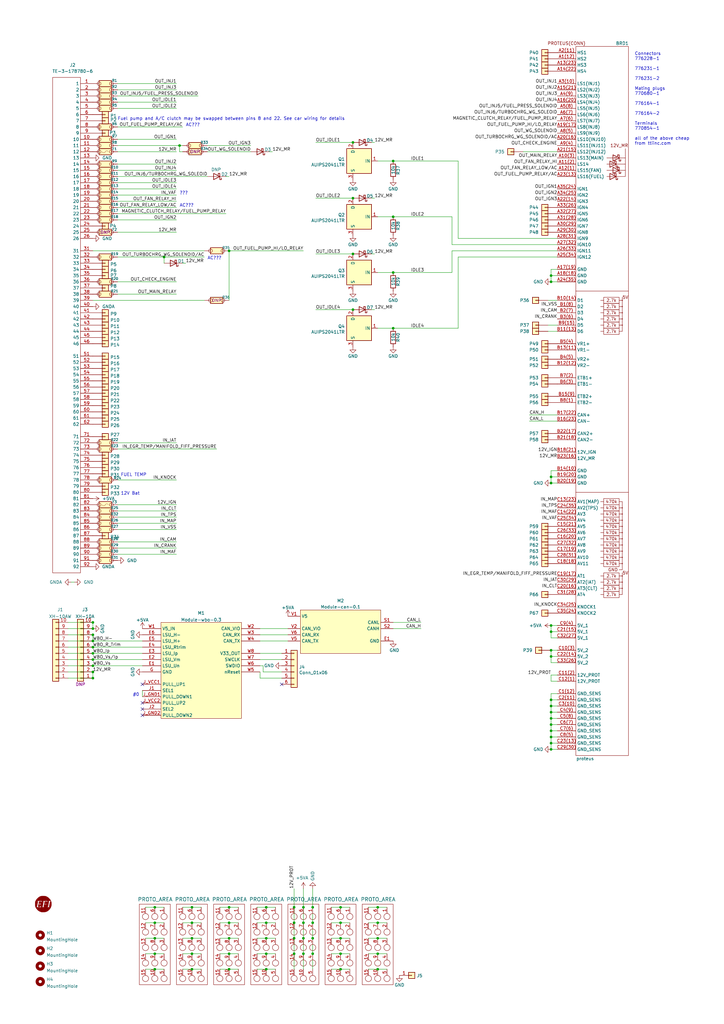
<source format=kicad_sch>
(kicad_sch (version 20210621) (generator eeschema)
  (paper "A3" portrait)
  (junction (at 93.98 372.11))
  (junction (at 144.78 104.14))
  (junction (at 38.1 262.89))
  (junction (at 124.46 384.81))
  (junction (at 139.7 397.51))
  (junction (at 124.46 378.46))
  (junction (at 226.06 297.18))
  (junction (at 63.5 372.11))
  (junction (at 139.7 378.46))
  (junction (at 161.29 66.04))
  (junction (at 120.65 372.11))
  (junction (at 226.06 294.64))
  (junction (at 139.7 372.11))
  (junction (at 226.06 302.26))
  (junction (at 93.98 102.87))
  (junction (at 154.94 397.51))
  (junction (at 128.27 391.16))
  (junction (at 128.27 372.11))
  (junction (at 139.7 384.81))
  (junction (at 38.1 255.27))
  (junction (at 226.06 269.24))
  (junction (at 67.31 105.41))
  (junction (at 154.94 378.46))
  (junction (at 120.65 391.16))
  (junction (at 144.78 127))
  (junction (at 38.1 275.59))
  (junction (at 139.7 391.16))
  (junction (at 154.94 372.11))
  (junction (at 38.1 270.51))
  (junction (at 38.1 273.05))
  (junction (at 226.06 289.56))
  (junction (at 226.06 287.02))
  (junction (at 63.5 391.16))
  (junction (at 226.06 115.57))
  (junction (at 78.74 378.46))
  (junction (at 124.46 372.11))
  (junction (at 154.94 391.16))
  (junction (at 109.22 397.51))
  (junction (at 38.1 267.97))
  (junction (at 226.06 307.34))
  (junction (at 63.5 378.46))
  (junction (at 93.98 391.16))
  (junction (at 124.46 391.16))
  (junction (at 73.66 59.69))
  (junction (at 109.22 372.11))
  (junction (at 226.06 113.03))
  (junction (at 226.06 256.54))
  (junction (at 161.29 111.76))
  (junction (at 109.22 384.81))
  (junction (at 38.1 257.81))
  (junction (at 154.94 384.81))
  (junction (at 120.65 384.81))
  (junction (at 63.5 384.81))
  (junction (at 128.27 384.81))
  (junction (at 38.1 278.13))
  (junction (at 78.74 384.81))
  (junction (at 226.06 198.12))
  (junction (at 226.06 266.7))
  (junction (at 120.65 378.46))
  (junction (at 93.98 397.51))
  (junction (at 161.29 88.9))
  (junction (at 161.29 134.62))
  (junction (at 38.1 265.43))
  (junction (at 226.06 304.8))
  (junction (at 226.06 259.08))
  (junction (at 226.06 195.58))
  (junction (at 109.22 391.16))
  (junction (at 144.78 58.42))
  (junction (at 78.74 397.51))
  (junction (at 63.5 397.51))
  (junction (at 78.74 391.16))
  (junction (at 109.22 378.46))
  (junction (at 226.06 299.72))
  (junction (at 93.98 378.46))
  (junction (at 93.98 384.81))
  (junction (at 144.78 81.28))
  (junction (at 38.1 260.35))
  (junction (at 128.27 378.46))
  (junction (at 226.06 292.1))
  (junction (at 78.74 372.11))
  (no_connect (at 58.42 280.67))
  (no_connect (at 58.42 293.37))
  (no_connect (at 58.42 290.83))
  (no_connect (at 115.57 280.67))
  (no_connect (at 58.42 288.29))
  (wire (pts (xy 38.1 275.59) (xy 38.1 278.13)))
  (wire (pts (xy 63.5 372.11) (xy 67.31 372.11)))
  (wire (pts (xy 48.26 87.63) (xy 92.71 87.63)))
  (wire (pts (xy 226.06 269.24) (xy 228.6 269.24)))
  (wire (pts (xy 59.69 372.11) (xy 63.5 372.11)))
  (wire (pts (xy 214.63 62.23) (xy 228.6 62.23)))
  (wire (pts (xy 120.65 384.81) (xy 120.65 391.16)))
  (wire (pts (xy 120.65 364.49) (xy 120.65 372.11)))
  (wire (pts (xy 78.74 384.81) (xy 82.55 384.81)))
  (wire (pts (xy 226.06 256.54) (xy 228.6 256.54)))
  (wire (pts (xy 78.74 391.16) (xy 82.55 391.16)))
  (wire (pts (xy 27.94 257.81) (xy 38.1 257.81)))
  (wire (pts (xy 74.93 397.51) (xy 78.74 397.51)))
  (wire (pts (xy 161.29 134.62) (xy 187.96 134.62)))
  (wire (pts (xy 111.76 62.23) (xy 110.49 62.23)))
  (wire (pts (xy 228.6 172.72) (xy 217.17 172.72)))
  (wire (pts (xy 27.94 270.51) (xy 38.1 270.51)))
  (wire (pts (xy 48.26 52.07) (xy 74.93 52.07)))
  (wire (pts (xy 27.94 273.05) (xy 38.1 273.05)))
  (wire (pts (xy 27.94 265.43) (xy 38.1 265.43)))
  (wire (pts (xy 135.89 384.81) (xy 139.7 384.81)))
  (wire (pts (xy 161.29 66.04) (xy 187.96 66.04)))
  (wire (pts (xy 129.54 81.28) (xy 144.78 81.28)))
  (wire (pts (xy 124.46 364.49) (xy 124.46 372.11)))
  (wire (pts (xy 226.06 304.8) (xy 228.6 304.8)))
  (wire (pts (xy 226.06 259.08) (xy 228.6 259.08)))
  (wire (pts (xy 226.06 302.26) (xy 228.6 302.26)))
  (wire (pts (xy 153.67 81.28) (xy 152.4 81.28)))
  (wire (pts (xy 187.96 97.79) (xy 228.6 97.79)))
  (wire (pts (xy 187.96 66.04) (xy 187.96 97.79)))
  (wire (pts (xy 109.22 384.81) (xy 113.03 384.81)))
  (wire (pts (xy 74.93 384.81) (xy 78.74 384.81)))
  (wire (pts (xy 228.6 170.18) (xy 217.17 170.18)))
  (wire (pts (xy 48.26 72.39) (xy 85.09 72.39)))
  (wire (pts (xy 139.7 391.16) (xy 143.51 391.16)))
  (wire (pts (xy 93.98 391.16) (xy 97.79 391.16)))
  (wire (pts (xy 106.68 257.81) (xy 118.11 257.81)))
  (wire (pts (xy 72.39 95.25) (xy 48.26 95.25)))
  (wire (pts (xy 153.67 104.14) (xy 152.4 104.14)))
  (wire (pts (xy 106.68 262.89) (xy 118.11 262.89)))
  (wire (pts (xy 124.46 391.16) (xy 124.46 397.51)))
  (wire (pts (xy 93.98 397.51) (xy 97.79 397.51)))
  (wire (pts (xy 67.31 105.41) (xy 83.82 105.41)))
  (wire (pts (xy 226.06 266.7) (xy 228.6 266.7)))
  (wire (pts (xy 139.7 378.46) (xy 143.51 378.46)))
  (wire (pts (xy 109.22 391.16) (xy 113.03 391.16)))
  (wire (pts (xy 48.26 120.65) (xy 72.39 120.65)))
  (wire (pts (xy 226.06 294.64) (xy 228.6 294.64)))
  (wire (pts (xy 151.13 372.11) (xy 154.94 372.11)))
  (wire (pts (xy 48.26 105.41) (xy 67.31 105.41)))
  (wire (pts (xy 107.95 273.05) (xy 107.95 275.59)))
  (wire (pts (xy 226.06 287.02) (xy 228.6 287.02)))
  (wire (pts (xy 107.95 275.59) (xy 115.57 275.59)))
  (wire (pts (xy 187.96 134.62) (xy 187.96 105.41)))
  (wire (pts (xy 187.96 105.41) (xy 228.6 105.41)))
  (wire (pts (xy 48.26 181.61) (xy 72.39 181.61)))
  (wire (pts (xy 27.94 278.13) (xy 38.1 278.13)))
  (wire (pts (xy 135.89 397.51) (xy 139.7 397.51)))
  (wire (pts (xy 27.94 275.59) (xy 38.1 275.59)))
  (wire (pts (xy 109.22 378.46) (xy 113.03 378.46)))
  (wire (pts (xy 154.94 378.46) (xy 158.75 378.46)))
  (wire (pts (xy 154.94 88.9) (xy 161.29 88.9)))
  (wire (pts (xy 226.06 195.58) (xy 226.06 198.12)))
  (wire (pts (xy 226.06 193.04) (xy 226.06 195.58)))
  (wire (pts (xy 90.17 391.16) (xy 93.98 391.16)))
  (wire (pts (xy 153.67 127) (xy 152.4 127)))
  (wire (pts (xy 93.98 372.11) (xy 97.79 372.11)))
  (wire (pts (xy 59.69 384.81) (xy 63.5 384.81)))
  (wire (pts (xy 226.06 307.34) (xy 228.6 307.34)))
  (wire (pts (xy 120.65 372.11) (xy 120.65 378.46)))
  (wire (pts (xy 106.68 260.35) (xy 118.11 260.35)))
  (wire (pts (xy 38.1 273.05) (xy 58.42 273.05)))
  (wire (pts (xy 139.7 384.81) (xy 143.51 384.81)))
  (wire (pts (xy 93.98 72.39) (xy 92.71 72.39)))
  (wire (pts (xy 105.41 391.16) (xy 109.22 391.16)))
  (wire (pts (xy 48.26 214.63) (xy 72.39 214.63)))
  (wire (pts (xy 48.26 57.15) (xy 72.39 57.15)))
  (wire (pts (xy 38.1 102.87) (xy 83.82 102.87)))
  (wire (pts (xy 226.06 284.48) (xy 228.6 284.48)))
  (wire (pts (xy 106.68 267.97) (xy 115.57 267.97)))
  (wire (pts (xy 48.26 67.31) (xy 72.39 67.31)))
  (wire (pts (xy 48.26 80.01) (xy 72.39 80.01)))
  (wire (pts (xy 59.69 391.16) (xy 63.5 391.16)))
  (wire (pts (xy 226.06 276.86) (xy 226.06 279.4)))
  (wire (pts (xy 224.79 133.35) (xy 228.6 133.35)))
  (wire (pts (xy 135.89 391.16) (xy 139.7 391.16)))
  (wire (pts (xy 154.94 111.76) (xy 161.29 111.76)))
  (wire (pts (xy 93.98 384.81) (xy 97.79 384.81)))
  (wire (pts (xy 226.06 110.49) (xy 228.6 110.49)))
  (wire (pts (xy 124.46 372.11) (xy 124.46 378.46)))
  (wire (pts (xy 105.41 372.11) (xy 109.22 372.11)))
  (wire (pts (xy 63.5 397.51) (xy 67.31 397.51)))
  (wire (pts (xy 27.94 262.89) (xy 38.1 262.89)))
  (wire (pts (xy 128.27 372.11) (xy 128.27 378.46)))
  (wire (pts (xy 185.42 102.87) (xy 228.6 102.87)))
  (wire (pts (xy 185.42 111.76) (xy 185.42 102.87)))
  (wire (pts (xy 226.06 195.58) (xy 228.6 195.58)))
  (wire (pts (xy 48.26 77.47) (xy 72.39 77.47)))
  (wire (pts (xy 27.94 267.97) (xy 38.1 267.97)))
  (wire (pts (xy 48.26 44.45) (xy 72.39 44.45)))
  (wire (pts (xy 154.94 134.62) (xy 161.29 134.62)))
  (wire (pts (xy 124.46 384.81) (xy 124.46 391.16)))
  (wire (pts (xy 67.31 105.41) (xy 67.31 107.95)))
  (wire (pts (xy 38.1 262.89) (xy 58.42 262.89)))
  (wire (pts (xy 63.5 391.16) (xy 67.31 391.16)))
  (wire (pts (xy 154.94 66.04) (xy 161.29 66.04)))
  (wire (pts (xy 139.7 372.11) (xy 143.51 372.11)))
  (wire (pts (xy 48.26 217.17) (xy 72.39 217.17)))
  (wire (pts (xy 48.26 82.55) (xy 72.39 82.55)))
  (wire (pts (xy 151.13 378.46) (xy 154.94 378.46)))
  (wire (pts (xy 38.1 255.27) (xy 38.1 257.81)))
  (wire (pts (xy 226.06 289.56) (xy 228.6 289.56)))
  (wire (pts (xy 93.98 102.87) (xy 124.46 102.87)))
  (wire (pts (xy 139.7 397.51) (xy 143.51 397.51)))
  (wire (pts (xy 129.54 58.42) (xy 144.78 58.42)))
  (wire (pts (xy 226.06 302.26) (xy 226.06 304.8)))
  (wire (pts (xy 226.06 304.8) (xy 226.06 307.34)))
  (wire (pts (xy 226.06 287.02) (xy 226.06 289.56)))
  (wire (pts (xy 226.06 289.56) (xy 226.06 292.1)))
  (wire (pts (xy 226.06 294.64) (xy 226.06 297.18)))
  (wire (pts (xy 226.06 299.72) (xy 226.06 302.26)))
  (wire (pts (xy 226.06 297.18) (xy 226.06 299.72)))
  (wire (pts (xy 226.06 292.1) (xy 226.06 294.64)))
  (wire (pts (xy 226.06 284.48) (xy 226.06 287.02)))
  (wire (pts (xy 72.39 62.23) (xy 48.26 62.23)))
  (wire (pts (xy 161.29 255.27) (xy 172.72 255.27)))
  (wire (pts (xy 226.06 256.54) (xy 226.06 259.08)))
  (wire (pts (xy 226.06 259.08) (xy 226.06 261.62)))
  (wire (pts (xy 226.06 193.04) (xy 228.6 193.04)))
  (wire (pts (xy 74.93 62.23) (xy 73.66 62.23)))
  (wire (pts (xy 73.66 62.23) (xy 73.66 59.69)))
  (wire (pts (xy 93.98 102.87) (xy 93.98 123.19)))
  (wire (pts (xy 151.13 384.81) (xy 154.94 384.81)))
  (wire (pts (xy 129.54 104.14) (xy 144.78 104.14)))
  (wire (pts (xy 226.06 113.03) (xy 226.06 115.57)))
  (wire (pts (xy 74.93 372.11) (xy 78.74 372.11)))
  (wire (pts (xy 74.93 378.46) (xy 78.74 378.46)))
  (wire (pts (xy 48.26 115.57) (xy 72.39 115.57)))
  (wire (pts (xy 48.26 34.29) (xy 72.39 34.29)))
  (wire (pts (xy 226.06 198.12) (xy 228.6 198.12)))
  (wire (pts (xy 124.46 378.46) (xy 124.46 384.81)))
  (wire (pts (xy 90.17 372.11) (xy 93.98 372.11)))
  (wire (pts (xy 226.06 269.24) (xy 226.06 271.78)))
  (wire (pts (xy 226.06 266.7) (xy 226.06 269.24)))
  (wire (pts (xy 154.94 372.11) (xy 158.75 372.11)))
  (wire (pts (xy 106.68 278.13) (xy 115.57 278.13)))
  (wire (pts (xy 128.27 384.81) (xy 128.27 391.16)))
  (wire (pts (xy 153.67 58.42) (xy 152.4 58.42)))
  (wire (pts (xy 106.68 275.59) (xy 106.68 278.13)))
  (wire (pts (xy 135.89 372.11) (xy 139.7 372.11)))
  (wire (pts (xy 151.13 397.51) (xy 154.94 397.51)))
  (wire (pts (xy 27.94 255.27) (xy 38.1 255.27)))
  (wire (pts (xy 48.26 90.17) (xy 72.39 90.17)))
  (wire (pts (xy 85.09 59.69) (xy 102.87 59.69)))
  (wire (pts (xy 226.06 299.72) (xy 228.6 299.72)))
  (wire (pts (xy 129.54 127) (xy 144.78 127)))
  (wire (pts (xy 59.69 378.46) (xy 63.5 378.46)))
  (wire (pts (xy 38.1 267.97) (xy 58.42 267.97)))
  (wire (pts (xy 27.94 260.35) (xy 38.1 260.35)))
  (wire (pts (xy 76.2 107.95) (xy 74.93 107.95)))
  (wire (pts (xy 58.42 283.21) (xy 58.42 285.75)))
  (wire (pts (xy 161.29 88.9) (xy 185.42 88.9)))
  (wire (pts (xy 85.09 62.23) (xy 102.87 62.23)))
  (wire (pts (xy 226.06 276.86) (xy 228.6 276.86)))
  (wire (pts (xy 105.41 397.51) (xy 109.22 397.51)))
  (wire (pts (xy 29.21 238.76) (xy 30.48 238.76)))
  (wire (pts (xy 128.27 378.46) (xy 128.27 384.81)))
  (wire (pts (xy 48.26 209.55) (xy 72.39 209.55)))
  (wire (pts (xy 226.06 110.49) (xy 226.06 113.03)))
  (wire (pts (xy 120.65 391.16) (xy 120.65 397.51)))
  (wire (pts (xy 228.6 100.33) (xy 185.42 100.33)))
  (wire (pts (xy 185.42 100.33) (xy 185.42 88.9)))
  (wire (pts (xy 226.06 271.78) (xy 228.6 271.78)))
  (wire (pts (xy 59.69 397.51) (xy 63.5 397.51)))
  (wire (pts (xy 48.26 74.93) (xy 72.39 74.93)))
  (wire (pts (xy 38.1 270.51) (xy 58.42 270.51)))
  (wire (pts (xy 78.74 397.51) (xy 82.55 397.51)))
  (wire (pts (xy 226.06 297.18) (xy 228.6 297.18)))
  (wire (pts (xy 105.41 378.46) (xy 109.22 378.46)))
  (wire (pts (xy 224.79 123.19) (xy 228.6 123.19)))
  (wire (pts (xy 48.26 224.79) (xy 72.39 224.79)))
  (wire (pts (xy 38.1 123.19) (xy 83.82 123.19)))
  (wire (pts (xy 78.74 372.11) (xy 82.55 372.11)))
  (wire (pts (xy 48.26 39.37) (xy 81.28 39.37)))
  (wire (pts (xy 120.65 378.46) (xy 120.65 384.81)))
  (wire (pts (xy 106.68 270.51) (xy 115.57 270.51)))
  (wire (pts (xy 151.13 391.16) (xy 154.94 391.16)))
  (wire (pts (xy 161.29 111.76) (xy 185.42 111.76)))
  (wire (pts (xy 109.22 397.51) (xy 113.03 397.51)))
  (wire (pts (xy 48.26 227.33) (xy 72.39 227.33)))
  (wire (pts (xy 161.29 257.81) (xy 172.72 257.81)))
  (wire (pts (xy 78.74 378.46) (xy 82.55 378.46)))
  (wire (pts (xy 109.22 372.11) (xy 113.03 372.11)))
  (wire (pts (xy 106.68 273.05) (xy 107.95 273.05)))
  (wire (pts (xy 48.26 36.83) (xy 72.39 36.83)))
  (wire (pts (xy 48.26 85.09) (xy 72.39 85.09)))
  (wire (pts (xy 226.06 279.4) (xy 228.6 279.4)))
  (wire (pts (xy 38.1 260.35) (xy 38.1 262.89)))
  (wire (pts (xy 154.94 397.51) (xy 158.75 397.51)))
  (wire (pts (xy 48.26 41.91) (xy 72.39 41.91)))
  (wire (pts (xy 226.06 292.1) (xy 228.6 292.1)))
  (wire (pts (xy 48.26 184.15) (xy 88.9 184.15)))
  (wire (pts (xy 128.27 364.49) (xy 128.27 372.11)))
  (wire (pts (xy 73.66 59.69) (xy 74.93 59.69)))
  (wire (pts (xy 48.26 59.69) (xy 73.66 59.69)))
  (wire (pts (xy 154.94 384.81) (xy 158.75 384.81)))
  (wire (pts (xy 226.06 115.57) (xy 228.6 115.57)))
  (wire (pts (xy 38.1 265.43) (xy 58.42 265.43)))
  (wire (pts (xy 90.17 378.46) (xy 93.98 378.46)))
  (wire (pts (xy 226.06 261.62) (xy 228.6 261.62)))
  (wire (pts (xy 63.5 378.46) (xy 67.31 378.46)))
  (wire (pts (xy 154.94 391.16) (xy 158.75 391.16)))
  (wire (pts (xy 48.26 69.85) (xy 72.39 69.85)))
  (wire (pts (xy 48.2804 212.09) (xy 72.39 212.09)))
  (wire (pts (xy 38.1 212.09) (xy 38.1204 212.09)))
  (wire (pts (xy 90.17 397.51) (xy 93.98 397.51)))
  (wire (pts (xy 48.26 196.85) (xy 72.39 196.85)))
  (wire (pts (xy 48.26 222.25) (xy 72.39 222.25)))
  (wire (pts (xy 224.79 135.89) (xy 228.6 135.89)))
  (wire (pts (xy 90.17 384.81) (xy 93.98 384.81)))
  (wire (pts (xy 74.93 391.16) (xy 78.74 391.16)))
  (wire (pts (xy 63.5 384.81) (xy 67.31 384.81)))
  (wire (pts (xy 128.27 391.16) (xy 128.27 397.51)))
  (wire (pts (xy 72.39 207.01) (xy 48.26 207.01)))
  (wire (pts (xy 93.98 378.46) (xy 97.79 378.46)))
  (wire (pts (xy 226.06 113.03) (xy 228.6 113.03)))
  (wire (pts (xy 105.41 384.81) (xy 109.22 384.81)))
  (wire (pts (xy 135.89 378.46) (xy 139.7 378.46)))
  (text "FUEL TEMP" (at 49.53 195.58 0) (effects (font (size 1.27 1.27)) (justify left bottom)))
  (text "#0" (at 57.15 285.75 180) (effects (font (size 1.27 1.27)) (justify right bottom)))
  (text "AC???" (at 85.09 106.68 0) (effects (font (size 1.27 1.27)) (justify left bottom)))
  (text "AC???" (at 73.66 85.09 0) (effects (font (size 1.27 1.27)) (justify left bottom)))
  (text "???" (at 73.66 80.01 0) (effects (font (size 1.27 1.27)) (justify left bottom)))
  (text "AC???" (at 76.2 52.07 0) (effects (font (size 1.27 1.27)) (justify left bottom)))
  (text "Connectors\n776228-1\n\n776231-1\n\n776231-2\n\nMating plugs\n770680-1\n\n776164-1\n\n776164-2\n\nTerminals\n770854-1\n\nall of the above cheap\nfrom ttiinc.com" (at 260.35 59.69 0) (effects (font (size 1.27 1.27)) (justify left bottom)))
  (text "Fuel pump and A/C clutch may be swapped between pins 8 and 22. See car wiring for details" (at 48.26 49.53 0) (effects (font (size 1.27 1.27)) (justify left bottom)))
  (text "12V Bat" (at 49.53 203.2 0) (effects (font (size 1.27 1.27)) (justify left bottom)))
  (label "WBO_Vs{slash}Ip" (at 38.1 270.51 0))
  (label "IN_VSS" (at 228.6 125.73 180))
  (label "OUT_MAIN_RELAY" (at 72.39 120.65 180))
  (label "IN_MAP" (at 228.6 205.74 180))
  (label "IN_IAT" (at 228.6 238.76 180))
  (label "IN_EGR_TEMP{slash}MANIFOLD_FIFF_PRESSURE" (at 88.9 184.15 180))
  (label "OUT_IDLE4" (at 129.54 127 0))
  (label "12V_PROT" (at 226.06 276.86 180))
  (label "12V_MR" (at 153.67 104.14 0))
  (label "12V_MR" (at 93.98 72.39 0))
  (label "OUT_INJ6{slash}TURBOCHRG_WG_SOLEOID" (at 228.6 46.99 180))
  (label "IN_MAF" (at 228.6 210.82 180))
  (label "OUT_INJ4" (at 72.39 69.85 180))
  (label "OUT_IDLE4" (at 72.39 77.47 180))
  (label "CAN_H" (at 172.72 257.81 180))
  (label "OUT_IDLE1" (at 72.39 41.91 180))
  (label "OUT_INJ5{slash}FUEL_PRESS_SOLENOID" (at 228.6 44.45 180))
  (label "IN_TPS" (at 72.39 212.09 180))
  (label "IDLE1" (at 173.99 66.04 180))
  (label "12V_MR" (at 153.67 127 0))
  (label "IN_TPS" (at 228.6 208.28 180))
  (label "12V_PROT" (at 120.65 364.49 90))
  (label "OUT_IDLE2" (at 129.54 81.28 0))
  (label "OUT_MAIN_RELAY" (at 228.6 64.77 180))
  (label "OUT_INJ5{slash}FUEL_PRESS_SOLENOID" (at 81.28 39.37 180))
  (label "12V_IGN" (at 228.6 185.42 180))
  (label "OUT_IGN3" (at 228.6 82.55 180))
  (label "OUT_FUEL_PUMP_HI{slash}LO_RELAY" (at 124.46 102.87 180))
  (label "WBO_Ip" (at 38.1 267.97 0))
  (label "IN_CLT" (at 72.39 209.55 180))
  (label "OUT_IDLE2" (at 72.39 44.45 180))
  (label "OUT_INJ3" (at 228.6 39.37 180))
  (label "IN_CLT" (at 228.6 241.3 180))
  (label "IDLE2" (at 173.99 88.9 180))
  (label "12V_MR" (at 153.67 58.42 0))
  (label "OUT_CHECK_ENGINE" (at 72.39 115.57 180))
  (label "IN_CRANK" (at 228.6 130.81 180))
  (label "IN_EGR_TEMP{slash}MANIFOLD_FIFF_PRESSURE" (at 228.6 236.22 180))
  (label "12V_MR" (at 153.67 81.28 0))
  (label "12V_IGN" (at 72.39 207.01 180))
  (label "OUT_IGN1" (at 228.6 77.47 180))
  (label "IN_KNOCK" (at 72.39 196.85 180))
  (label "OUT_INJ2" (at 72.39 67.31 180))
  (label "IN_CAM" (at 72.39 222.25 180))
  (label "OUT_INJ1" (at 228.6 34.29 180))
  (label "OUT_TURBOCHRG_WG_SOLENOID{slash}AC" (at 228.6 57.15 180))
  (label "12V_MR" (at 72.39 95.25 180))
  (label "OUT_WG_SOLENOID" (at 102.87 62.23 180))
  (label "IN_VAF" (at 228.6 213.36 180))
  (label "WBO_Vs" (at 38.1 273.05 0))
  (label "IN_VSS" (at 72.39 217.17 180))
  (label "CAN_H" (at 217.17 170.18 0))
  (label "IN_KNOCK" (at 228.6 248.92 180))
  (label "12V_MR" (at 72.39 62.23 180))
  (label "WBO_H-" (at 38.1 262.89 0))
  (label "WBO_R_Trim" (at 38.1 265.43 0))
  (label "CAN_L" (at 217.17 172.72 0))
  (label "12V_MR" (at 111.76 62.23 0))
  (label "12V_MR" (at 38.1 275.59 0))
  (label "OUT_FAN_RELAY_HI" (at 228.6 67.31 180))
  (label "IN_IAT" (at 72.39 181.61 180))
  (label "OUT_FAN_RELAY_LOW{slash}AC" (at 72.39 85.09 180))
  (label "OUT_INJ1" (at 72.39 34.29 180))
  (label "OUT_FUEL_PUMP_HI{slash}LO_RELAY" (at 228.6 52.07 180))
  (label "OUT_FUEL_PUMP_RELAY{slash}AC" (at 228.6 72.39 180))
  (label "OUT_IDLE3" (at 72.39 74.93 180))
  (label "IDLE4" (at 173.99 134.62 180))
  (label "IN_VAF" (at 72.39 80.01 180))
  (label "OUT_INJ4" (at 228.6 41.91 180))
  (label "OUT_IGN2" (at 228.6 80.01 180))
  (label "OUT_IDLE1" (at 129.54 58.42 0))
  (label "OUT_INJ6{slash}TURBOCHRG_WG_SOLEOID" (at 85.09 72.39 180))
  (label "OUT_INJ3" (at 72.39 36.83 180))
  (label "CAN_L" (at 172.72 255.27 180))
  (label "OUT_FAN_RELAY_HI" (at 72.39 82.55 180))
  (label "IN_CRANK" (at 72.39 224.79 180))
  (label "12V_MR" (at 228.6 187.96 180))
  (label "OUT_IGN1" (at 72.39 57.15 180))
  (label "OUT_IGN2" (at 72.39 90.17 180))
  (label "OUT_FAN_RELAY_LOW{slash}AC" (at 228.6 69.85 180))
  (label "OUT_CHECK_ENGINE" (at 228.6 59.69 180))
  (label "12V_MR" (at 76.2 107.95 0))
  (label "OUT_WG_SOLENOID" (at 228.6 54.61 180))
  (label "IN_CAM" (at 228.6 128.27 180))
  (label "OUT_IDLE3" (at 129.54 104.14 0))
  (label "IDLE3" (at 173.99 111.76 180))
  (label "OUT_FUEL_PUMP_RELAY{slash}AC" (at 74.93 52.07 180))
  (label "MAGNETIC_CLUTCH_RELAY{slash}FUEL_PUMP_RELAY" (at 228.6 49.53 180))
  (label "OUT_INJ2" (at 228.6 36.83 180))
  (label "OUT_IGN3" (at 102.87 59.69 180))
  (label "MAGNETIC_CLUTCH_RELAY{slash}FUEL_PUMP_RELAY" (at 92.71 87.63 180))
  (label "IN_MAF" (at 72.39 227.33 180))
  (label "IN_MAP" (at 72.39 214.63 180))
  (label "OUT_TURBOCHRG_WG_SOLENOID{slash}AC" (at 83.82 105.41 180))
  (symbol (lib_id "power:GND") (at 38.1 257.81 90) (mirror x) (unit 1)
    (property "Reference" "#PWR0127" (effects hide))
    (property "Value" "GND" (at 42.0434 257.8608 0))
  )
  (symbol (lib_id "hellen-one-common:Pad") (at 223.52 87.63 180) (unit 1)
    (property "Reference" "P45" (at 219.0115 87.63 0))
    (property "Value" "Pad" (effects hide))
    (property "Footprint" "hellen-one-common:PAD-TH" (effects hide))
  )
  (symbol (lib_id "power:GND") (at 38.1 97.79 90) (unit 1)
    (property "Reference" "#PWR0115" (effects hide))
    (property "Value" "GND" (at 41.91 97.79 90) (effects (justify right)))
  )
  (symbol (lib_id "hellen-one-common:Pad") (at 43.18 158.75 0) (unit 1)
    (property "Reference" "P20" (at 45.2121 159.229 0) (effects (justify left)))
    (property "Value" "Pad" (effects hide))
    (property "Footprint" "hellen-one-common:PAD-TH" (effects hide))
  )
  (symbol (lib_id "hellen-one-common:Jumper-Pad-Pad") (at 43.18 227.33 0) (unit 1)
    (property "Reference" "R30" (at 46.99 226.06 0) (effects (font (size 1.016 1.016))))
    (property "Value" "Jumper-Pad-Pad" (effects hide))
    (property "Footprint" "hellen-one-common:PAD-0805-PAD" (effects hide))
    (property "LCSC" "C17477" (effects hide))
  )
  (symbol (lib_id "hellen-one-common:Jumper-Pad-Pad") (at 43.18 72.39 0) (unit 1)
    (property "Reference" "R11" (at 46.99 71.12 0) (effects (font (size 1.016 1.016))))
    (property "Value" "Jumper-Pad-Pad" (effects hide))
    (property "Footprint" "hellen-one-common:PAD-0805-PAD" (effects hide))
    (property "LCSC" "C17477" (effects hide))
  )
  (symbol (lib_id "hellen-one-common:PROTO_AREA") (at 67.31 370.84 270) (unit 1)
    (property "Reference" "G2" (effects hide))
    (property "Value" "PROTO_AREA" (at 56.5055 368.8763 90) (effects (font (size 1.524 1.524)) (justify left)))
    (property "Footprint" "hellen-one-common:PROTO_AREA" (effects hide))
  )
  (symbol (lib_id "hellen-one-common:Pad") (at 223.52 149.86 180) (unit 1)
    (property "Reference" "P52" (at 219.0115 149.86 0))
    (property "Value" "Pad" (effects hide))
    (property "Footprint" "hellen-one-common:PAD-TH" (effects hide))
  )
  (symbol (lib_id "hellen-one-common:Fuse-Pad-Pad") (at 43.18 95.25 0) (unit 1)
    (property "Reference" "F2" (at 46.99 94.1189 0) (effects (font (size 1.016 1.016))))
    (property "Value" "Fuse-Pad-Pad" (effects hide))
    (property "Footprint" "hellen-one-common:PAD-1206-PAD" (effects hide))
    (property "MyComment" "DNP" (at 43.18 95.25 0))
  )
  (symbol (lib_id "Device:R") (at 161.29 115.57 0) (mirror x) (unit 1)
    (property "Reference" "R39" (at 163.31 115.5078 90))
    (property "Value" "10k" (at 161.3355 115.3698 90))
    (property "Footprint" "Resistor_SMD:R_0402_1005Metric" (effects hide))
    (property "LCSC" "C60489" (effects hide))
  )
  (symbol (lib_id "Mechanical:MountingHole") (at 16.51 402.59 0) (unit 1)
    (property "Reference" "H4" (at 19.05 401.6815 0) (effects (justify left)))
    (property "Value" "MountingHole" (at 19.05 404.4566 0) (effects (justify left)))
    (property "Footprint" "MountingHole:MountingHole_5mm_Pad_TopOnly" (effects hide))
  )
  (symbol (lib_id "power:+5VA") (at 38.1 204.47 270) (unit 1)
    (property "Reference" "#PWR0117" (effects hide))
    (property "Value" "+5VA" (at 41.91 204.4699 90) (effects (justify left)))
  )
  (symbol (lib_id "hellen-one-common:Jumper-Pad-Pad") (at 43.18 36.83 0) (unit 1)
    (property "Reference" "R2" (at 46.99 35.56 0) (effects (font (size 1.016 1.016))))
    (property "Value" "Jumper-Pad-Pad" (effects hide))
    (property "Footprint" "hellen-one-common:PAD-0805-PAD" (effects hide))
    (property "LCSC" "C17477" (effects hide))
  )
  (symbol (lib_id "Device:D_Schottky") (at 106.68 62.23 180) (unit 1)
    (property "Reference" "D3" (at 109.8652 61.3314 0))
    (property "Value" "D_Schottky" (effects hide))
    (property "Footprint" "Diode_SMD:D_SMA" (effects hide))
    (property "LCSC" "C8678" (effects hide))
    (property "LCSC_ext" "0" (effects hide))
  )
  (symbol (lib_id "hellen-one-common:Jumper-Pad-Pad") (at 43.18 115.57 0) (unit 1)
    (property "Reference" "R20" (at 46.99 114.3 0) (effects (font (size 1.016 1.016))))
    (property "Value" "Jumper-Pad-Pad" (effects hide))
    (property "Footprint" "hellen-one-common:PAD-0805-PAD" (effects hide))
    (property "LCSC" "C17477" (effects hide))
  )
  (symbol (lib_id "hellen-one-common:Jumper-Pad-Pad") (at 43.18 184.15 0) (unit 1)
    (property "Reference" "R23" (at 46.99 182.88 0) (effects (font (size 1.016 1.016))))
    (property "Value" "Jumper-Pad-Pad" (effects hide))
    (property "Footprint" "hellen-one-common:PAD-0805-PAD" (effects hide))
    (property "LCSC" "C17477" (effects hide))
  )
  (symbol (lib_id "hellen-one-common:Pad") (at 43.18 107.95 0) (unit 1)
    (property "Reference" "P5" (at 45.2121 108.429 0) (effects (justify left)))
    (property "Value" "Pad" (effects hide))
    (property "Footprint" "hellen-one-common:PAD-TH" (effects hide))
  )
  (symbol (lib_id "hellen-one-common:PROTO_AREA") (at 97.79 370.84 270) (unit 1)
    (property "Reference" "G4" (effects hide))
    (property "Value" "PROTO_AREA" (at 86.9855 368.8763 90) (effects (font (size 1.524 1.524)) (justify left)))
    (property "Footprint" "hellen-one-common:PROTO_AREA" (effects hide))
  )
  (symbol (lib_id "hellen-one-common:Jumper-Pad-Pad") (at 43.18 82.55 0) (unit 1)
    (property "Reference" "R15" (at 46.99 81.28 0) (effects (font (size 1.016 1.016))))
    (property "Value" "Jumper-Pad-Pad" (effects hide))
    (property "Footprint" "hellen-one-common:PAD-0805-PAD" (effects hide))
    (property "LCSC" "C17477" (effects hide))
  )
  (symbol (lib_id "hellen-one-common:Jumper-Pad-Pad") (at 43.18 87.63 0) (unit 1)
    (property "Reference" "R17" (at 46.99 86.36 0) (effects (font (size 1.016 1.016))))
    (property "Value" "Jumper-Pad-Pad" (effects hide))
    (property "Footprint" "hellen-one-common:PAD-0805-PAD" (effects hide))
    (property "LCSC" "C17477" (effects hide))
  )
  (symbol (lib_id "Power_Management:AUIPS2041L") (at 144.78 111.76 0) (mirror y) (unit 1)
    (property "Reference" "Q3" (at 141.478 110.9991 0) (effects (justify left)))
    (property "Value" "AUIPS2041LTR" (at 141.478 113.2978 0) (effects (justify left)))
    (property "Footprint" "Package_TO_SOT_SMD:SOT-223" (effects hide))
    (property "Datasheet" "https://www.infineon.com/dgdl/Infineon-AUIPS2041-DS-v01_00-EN.pdf?fileId=5546d4625a888733015aae147a9d4c57" (effects hide))
    (property "LCSC" "C113610" (effects hide))
  )
  (symbol (lib_id "hellen-one-common:Pad") (at 43.18 148.59 0) (unit 1)
    (property "Reference" "P16" (at 45.2121 149.069 0) (effects (justify left)))
    (property "Value" "Pad" (effects hide))
    (property "Footprint" "hellen-one-common:PAD-TH" (effects hide))
  )
  (symbol (lib_id "hellen-one-common:Pad") (at 223.52 26.67 180) (unit 1)
    (property "Reference" "P42" (at 219.0115 26.67 0))
    (property "Value" "Pad" (effects hide))
    (property "Footprint" "hellen-one-common:PAD-TH" (effects hide))
  )
  (symbol (lib_id "power:GND") (at 226.06 198.12 270) (unit 1)
    (property "Reference" "#PWR0123" (effects hide))
    (property "Value" "GND" (at 222.885 198.12 90) (effects (justify right)))
  )
  (symbol (lib_id "hellen-one-common:Jumper-Pad-Pad") (at 88.9 123.19 0) (unit 1)
    (property "Reference" "R36" (at 92.71 121.92 0) (effects (font (size 1.016 1.016))))
    (property "Value" "Jumper-Pad-Pad" (effects hide))
    (property "Footprint" "hellen-one-common:PAD-0805-PAD" (effects hide))
    (property "MyComment" "DNP" (at 88.9 123.19 0))
  )
  (symbol (lib_id "Device:D_Schottky") (at 71.12 107.95 180) (unit 1)
    (property "Reference" "D1" (at 74.3052 107.0514 0))
    (property "Value" "D_Schottky" (effects hide))
    (property "Footprint" "Diode_SMD:D_SMA" (effects hide))
    (property "LCSC" "C8678" (effects hide))
    (property "LCSC_ext" "0" (effects hide))
  )
  (symbol (lib_id "hellen-one-common:Jumper-Pad-Pad") (at 43.18 80.01 0) (unit 1)
    (property "Reference" "R14" (at 46.99 78.74 0) (effects (font (size 1.016 1.016))))
    (property "Value" "Jumper-Pad-Pad" (effects hide))
    (property "Footprint" "hellen-one-common:PAD-0805-PAD" (effects hide))
    (property "LCSC" "C17477" (effects hide))
  )
  (symbol (lib_id "hellen-one-common:Jumper-Pad-Pad") (at 43.18 209.55 0) (unit 1)
    (property "Reference" "R25" (at 46.99 208.28 0) (effects (font (size 1.016 1.016))))
    (property "Value" "Jumper-Pad-Pad" (effects hide))
    (property "Footprint" "hellen-one-common:PAD-0805-PAD" (effects hide))
    (property "LCSC" "C17477" (effects hide))
  )
  (symbol (lib_id "hellen-one-common:Jumper-Pad-Pad") (at 43.18 57.15 0) (unit 1)
    (property "Reference" "R7" (at 46.99 55.88 0) (effects (font (size 1.016 1.016))))
    (property "Value" "Jumper-Pad-Pad" (effects hide))
    (property "Footprint" "hellen-one-common:PAD-0805-PAD" (effects hide))
    (property "LCSC" "C17477" (effects hide))
  )
  (symbol (lib_id "hellen-one-common:Pad") (at 223.52 218.44 180) (unit 1)
    (property "Reference" "P60" (at 219.0115 218.44 0))
    (property "Value" "Pad" (effects hide))
    (property "Footprint" "hellen-one-common:PAD-TH" (effects hide))
  )
  (symbol (lib_id "hellen-one-common:Pad") (at 223.52 223.52 180) (unit 1)
    (property "Reference" "P62" (at 219.0115 223.52 0))
    (property "Value" "Pad" (effects hide))
    (property "Footprint" "hellen-one-common:PAD-TH" (effects hide))
  )
  (symbol (lib_id "power:GND") (at 161.29 262.89 0) (unit 1)
    (property "Reference" "#PWR0122" (effects hide))
    (property "Value" "GND" (at 163.83 266.7 0) (effects (justify right)))
  )
  (symbol (lib_id "power:GND") (at 144.78 142.24 0) (mirror y) (unit 1)
    (property "Reference" "#PWR0108" (effects hide))
    (property "Value" "GND" (at 144.78 146.05 0))
  )
  (symbol (lib_id "power:GNDA") (at 38.1 125.73 90) (unit 1)
    (property "Reference" "#PWR0114" (effects hide))
    (property "Value" "GNDA" (at 41.91 125.7299 90) (effects (justify right)))
  )
  (symbol (lib_id "hellen-one-common:Pad") (at 43.18 201.93 0) (unit 1)
    (property "Reference" "P33" (at 45.2121 202.409 0) (effects (justify left)))
    (property "Value" "Pad" (effects hide))
    (property "Footprint" "hellen-one-common:PAD-TH" (effects hide))
  )
  (symbol (lib_id "hellen-one-common:Pad") (at 223.52 21.59 180) (unit 1)
    (property "Reference" "P40" (at 219.0115 21.59 0))
    (property "Value" "Pad" (effects hide))
    (property "Footprint" "hellen-one-common:PAD-TH" (effects hide))
  )
  (symbol (lib_id "Connector_Generic:Conn_01x10") (at 22.86 267.97 180) (unit 1)
    (property "Reference" "J1" (at 24.7015 250.0334 0))
    (property "Value" "XH-10AW" (at 24.7015 252.8085 0))
    (property "Footprint" "Connector_JST:JST_XH_S10B-XH-A_1x10_P2.50mm_Horizontal" (effects hide))
    (property "LCSC" "C14652" (effects hide))
  )
  (symbol (lib_id "hellen-one-common:Pad") (at 43.18 161.29 0) (unit 1)
    (property "Reference" "P21" (at 45.2121 161.769 0) (effects (justify left)))
    (property "Value" "Pad" (effects hide))
    (property "Footprint" "hellen-one-common:PAD-TH" (effects hide))
  )
  (symbol (lib_id "hellen-one-common:Pad") (at 223.52 140.97 180) (unit 1)
    (property "Reference" "P49" (at 219.0115 140.97 0))
    (property "Value" "Pad" (effects hide))
    (property "Footprint" "hellen-one-common:PAD-TH" (effects hide))
  )
  (symbol (lib_id "proteus:proteus") (at 236.22 19.05 0) (unit 1)
    (property "Reference" "BRD1" (at 255.27 17.78 0))
    (property "Value" "proteus" (at 240.03 311.15 0))
    (property "Footprint" "kicad6-libraries:proteus" (effects hide))
  )
  (symbol (lib_id "hellen-one-common:Pad") (at 43.18 156.21 0) (unit 1)
    (property "Reference" "P19" (at 45.2121 156.689 0) (effects (justify left)))
    (property "Value" "Pad" (effects hide))
    (property "Footprint" "hellen-one-common:PAD-TH" (effects hide))
  )
  (symbol (lib_id "hellen-one-common:Jumper-Pad-Pad") (at 43.18 77.47 0) (unit 1)
    (property "Reference" "R13" (at 46.99 76.2 0) (effects (font (size 1.016 1.016))))
    (property "Value" "Jumper-Pad-Pad" (effects hide))
    (property "Footprint" "hellen-one-common:PAD-0805-PAD" (effects hide))
    (property "LCSC" "C17477" (effects hide))
  )
  (symbol (lib_id "hellen-one-common:Pad") (at 43.18 140.97 0) (unit 1)
    (property "Reference" "P14" (at 45.2121 141.449 0) (effects (justify left)))
    (property "Value" "Pad" (effects hide))
    (property "Footprint" "hellen-one-common:PAD-TH" (effects hide))
  )
  (symbol (lib_id "hellen-one-common:Pad") (at 223.52 92.71 180) (unit 1)
    (property "Reference" "P47" (at 219.0115 92.71 0))
    (property "Value" "Pad" (effects hide))
    (property "Footprint" "hellen-one-common:PAD-TH" (effects hide))
  )
  (symbol (lib_id "power:GND") (at 30.48 238.76 90) (unit 1)
    (property "Reference" "#PWR0120" (effects hide))
    (property "Value" "GND" (at 34.29 238.76 90) (effects (justify right)))
  )
  (symbol (lib_id "hellen-one-common:Jumper-Pad-Pad") (at 43.18 196.85 0) (unit 1)
    (property "Reference" "R24" (at 48.2079 196.0978 0) (effects (font (size 1.016 1.016))))
    (property "Value" "Jumper-Pad-Pad" (effects hide))
    (property "Footprint" "hellen-one-common:PAD-0805-PAD" (effects hide))
    (property "LCSC" "C17477" (effects hide))
  )
  (symbol (lib_id "hellen-one-common:Pad") (at 43.18 135.89 0) (unit 1)
    (property "Reference" "P12" (at 45.2121 136.369 0) (effects (justify left)))
    (property "Value" "Pad" (effects hide))
    (property "Footprint" "hellen-one-common:PAD-TH" (effects hide))
  )
  (symbol (lib_id "Device:D_Schottky") (at 148.59 104.14 180) (unit 1)
    (property "Reference" "D6" (at 151.7752 103.2414 0))
    (property "Value" "D_Schottky" (effects hide))
    (property "Footprint" "Diode_SMD:D_SMA" (effects hide))
    (property "LCSC" "C8678" (effects hide))
    (property "LCSC_ext" "0" (effects hide))
  )
  (symbol (lib_id "hellen-one-common:Pad") (at 223.52 226.06 180) (unit 1)
    (property "Reference" "P63" (at 219.0115 226.06 0))
    (property "Value" "Pad" (effects hide))
    (property "Footprint" "hellen-one-common:PAD-TH" (effects hide))
  )
  (symbol (lib_id "hellen-one-common:Pad") (at 43.18 130.81 0) (unit 1)
    (property "Reference" "P10" (at 45.2121 131.289 0) (effects (justify left)))
    (property "Value" "Pad" (effects hide))
    (property "Footprint" "hellen-one-common:PAD-TH" (effects hide))
  )
  (symbol (lib_id "power:GND") (at 58.42 275.59 270) (mirror x) (unit 1)
    (property "Reference" "#PWR0129" (effects hide))
    (property "Value" "GND" (at 54.4766 275.5392 0))
  )
  (symbol (lib_id "hellen-one-common:Pad") (at 43.18 110.49 0) (unit 1)
    (property "Reference" "P6" (at 45.2121 110.969 0) (effects (justify left)))
    (property "Value" "Pad" (effects hide))
    (property "Footprint" "hellen-one-common:PAD-TH" (effects hide))
  )
  (symbol (lib_id "hellen-one-common:Pad") (at 43.18 54.61 0) (unit 1)
    (property "Reference" "P3" (at 44.8648 54.4437 0) (effects (justify left)))
    (property "Value" "Pad" (effects hide))
    (property "Footprint" "hellen-one-common:PAD-TH" (effects hide))
  )
  (symbol (lib_id "hellen-one-common:Jumper-Pad-Pad") (at 43.18 214.63 0) (unit 1)
    (property "Reference" "R26" (at 46.99 213.36 0) (effects (font (size 1.016 1.016))))
    (property "Value" "Jumper-Pad-Pad" (effects hide))
    (property "Footprint" "hellen-one-common:PAD-0805-PAD" (effects hide))
    (property "LCSC" "C17477" (effects hide))
  )
  (symbol (lib_id "hellen-one-common:Pad") (at 43.18 151.13 0) (unit 1)
    (property "Reference" "P17" (at 45.2121 151.609 0) (effects (justify left)))
    (property "Value" "Pad" (effects hide))
    (property "Footprint" "hellen-one-common:PAD-TH" (effects hide))
  )
  (symbol (lib_id "hellen-one-common:Pad") (at 223.52 251.46 180) (unit 1)
    (property "Reference" "P67" (at 219.0115 251.46 0))
    (property "Value" "Pad" (effects hide))
    (property "Footprint" "hellen-one-common:PAD-TH" (effects hide))
  )
  (symbol (lib_id "power:GND") (at 144.78 96.52 0) (mirror y) (unit 1)
    (property "Reference" "#PWR0104" (effects hide))
    (property "Value" "GND" (at 144.78 100.33 0))
  )
  (symbol (lib_id "power:GND") (at 161.29 142.24 0) (unit 1)
    (property "Reference" "#PWR0109" (effects hide))
    (property "Value" "GND" (at 161.29 146.05 0))
  )
  (symbol (lib_id "hellen-one-common:Pad") (at 223.52 24.13 180) (unit 1)
    (property "Reference" "P41" (at 219.0115 24.13 0))
    (property "Value" "Pad" (effects hide))
    (property "Footprint" "hellen-one-common:PAD-TH" (effects hide))
  )
  (symbol (lib_id "hellen-one-common:Jumper-Pad-Pad") (at 43.18 85.09 0) (unit 1)
    (property "Reference" "R16" (at 46.99 83.82 0) (effects (font (size 1.016 1.016))))
    (property "Value" "Jumper-Pad-Pad" (effects hide))
    (property "Footprint" "hellen-one-common:PAD-0805-PAD" (effects hide))
    (property "LCSC" "C17477" (effects hide))
  )
  (symbol (lib_id "hellen-one-common:Pad") (at 43.18 199.39 0) (unit 1)
    (property "Reference" "P32" (at 45.2121 199.869 0) (effects (justify left)))
    (property "Value" "Pad" (effects hide))
    (property "Footprint" "hellen-one-common:PAD-TH" (effects hide))
  )
  (symbol (lib_id "hellen-one-common:Jumper-Pad-Pad") (at 43.18 229.87 0) (unit 1)
    (property "Reference" "R31" (at 46.99 228.6 0) (effects (font (size 1.016 1.016))))
    (property "Value" "Jumper-Pad-Pad" (effects hide))
    (property "Footprint" "hellen-one-common:PAD-0805-PAD" (effects hide))
    (property "LCSC" "C17477" (effects hide))
  )
  (symbol (lib_id "hellen-one-common:Pad") (at 43.18 179.07 0) (unit 1)
    (property "Reference" "P27" (at 45.2121 178.279 0) (effects (justify left)))
    (property "Value" "Pad" (effects hide))
    (property "Footprint" "hellen-one-common:PAD-TH" (effects hide))
  )
  (symbol (lib_id "hellen-one-common:Pad") (at 43.18 46.99 0) (unit 1)
    (property "Reference" "P1" (at 45.2121 47.469 0) (effects (justify left)))
    (property "Value" "Pad" (effects hide))
    (property "Footprint" "hellen-one-common:PAD-TH" (effects hide))
  )
  (symbol (lib_id "hellen-one-common:Jumper-Pad-Pad") (at 43.18 181.61 0) (unit 1)
    (property "Reference" "R22" (at 46.99 180.34 0) (effects (font (size 1.016 1.016))))
    (property "Value" "Jumper-Pad-Pad" (effects hide))
    (property "Footprint" "hellen-one-common:PAD-0805-PAD" (effects hide))
    (property "LCSC" "C17477" (effects hide))
  )
  (symbol (lib_id "hellen-one-common:Pad") (at 223.52 220.98 180) (unit 1)
    (property "Reference" "P61" (at 219.0115 220.98 0))
    (property "Value" "Pad" (effects hide))
    (property "Footprint" "hellen-one-common:PAD-TH" (effects hide))
  )
  (symbol (lib_id "hellen-one-common:Jumper-Pad-Pad") (at 43.18 224.79 0) (unit 1)
    (property "Reference" "R29" (at 46.99 223.52 0) (effects (font (size 1.016 1.016))))
    (property "Value" "Jumper-Pad-Pad" (effects hide))
    (property "Footprint" "hellen-one-common:PAD-0805-PAD" (effects hide))
    (property "LCSC" "C17477" (effects hide))
  )
  (symbol (lib_id "hellen-one-common:Pad") (at 223.52 228.6 180) (unit 1)
    (property "Reference" "P64" (at 219.0115 228.6 0))
    (property "Value" "Pad" (effects hide))
    (property "Footprint" "hellen-one-common:PAD-TH" (effects hide))
  )
  (symbol (lib_id "Mechanical:MountingHole") (at 16.51 396.24 0) (unit 1)
    (property "Reference" "H3" (at 19.05 395.3315 0) (effects (justify left)))
    (property "Value" "MountingHole" (at 19.05 398.1066 0) (effects (justify left)))
    (property "Footprint" "MountingHole:MountingHole_5mm_Pad_TopOnly" (effects hide))
  )
  (symbol (lib_id "hellen-one-common:Pad") (at 223.52 215.9 180) (unit 1)
    (property "Reference" "P59" (at 219.0115 215.9 0))
    (property "Value" "Pad" (effects hide))
    (property "Footprint" "hellen-one-common:PAD-TH" (effects hide))
  )
  (symbol (lib_id "Mechanical:MountingHole") (at 16.51 383.54 0) (unit 1)
    (property "Reference" "H1" (at 19.05 382.6315 0) (effects (justify left)))
    (property "Value" "MountingHole" (at 19.05 385.4066 0) (effects (justify left)))
    (property "Footprint" "MountingHole:MountingHole_5mm_Pad_TopOnly" (effects hide))
  )
  (symbol (lib_id "hellen-one-common:Jumper-Pad-Pad") (at 43.18 52.07 0) (unit 1)
    (property "Reference" "R6" (at 46.99 50.8 0) (effects (font (size 1.016 1.016))))
    (property "Value" "Jumper-Pad-Pad" (effects hide))
    (property "Footprint" "hellen-one-common:PAD-0805-PAD" (effects hide))
    (property "LCSC" "C17477" (effects hide))
  )
  (symbol (lib_id "TE-3-178780-6:TE-3-178780-6") (at 33.02 31.75 0) (mirror y) (unit 1)
    (property "Reference" "J2" (at 29.8069 26.67 0))
    (property "Value" "TE-3-178780-6" (at 29.8069 29.21 0))
    (property "Footprint" "kicad6-libraries:TE-3-178780-6" (effects hide))
  )
  (symbol (lib_id "power:GNDA") (at 29.21 238.76 270) (unit 1)
    (property "Reference" "#PWR0121" (effects hide))
    (property "Value" "GNDA" (at 20.32 238.7599 90) (effects (justify left)))
  )
  (symbol (lib_id "hellen-one-common:Pad") (at 209.55 62.23 180) (unit 1)
    (property "Reference" "P35" (at 205.0415 62.23 0))
    (property "Value" "Pad" (effects hide))
    (property "Footprint" "hellen-one-common:PAD-TH" (effects hide))
  )
  (symbol (lib_id "Device:R") (at 161.29 69.85 0) (mirror x) (unit 1)
    (property "Reference" "R37" (at 163.31 69.7878 90))
    (property "Value" "10k" (at 161.3355 69.6498 90))
    (property "Footprint" "Resistor_SMD:R_0402_1005Metric" (effects hide))
    (property "LCSC" "C60489" (effects hide))
  )
  (symbol (lib_id "hellen-one-wbo-0.3:Module-wbo-0.3") (at 99.06 255.27 0) (mirror y) (unit 1)
    (property "Reference" "M1" (at 82.55 251.4304 0))
    (property "Value" "Module-wbo-0.3" (at 82.55 254.2055 0))
    (property "Footprint" "hellen-one-wbo-0.3:wbo" (effects hide))
  )
  (symbol (lib_id "hellen-one-common:Jumper-Pad-Pad") (at 88.9 102.87 0) (unit 1)
    (property "Reference" "R35" (at 92.71 101.6 0) (effects (font (size 1.016 1.016))))
    (property "Value" "Jumper-Pad-Pad" (effects hide))
    (property "Footprint" "hellen-one-common:PAD-0805-PAD" (effects hide))
    (property "LCSC" "C17477" (effects hide))
  )
  (symbol (lib_id "power:GND") (at 58.42 260.35 270) (mirror x) (unit 1)
    (property "Reference" "#PWR0126" (effects hide))
    (property "Value" "GND" (at 54.4766 260.2992 0))
  )
  (symbol (lib_id "hellen-one-common:Jumper-Pad-Pad") (at 43.18 222.25 0) (unit 1)
    (property "Reference" "R28" (at 46.99 220.98 0) (effects (font (size 1.016 1.016))))
    (property "Value" "Jumper-Pad-Pad" (effects hide))
    (property "Footprint" "hellen-one-common:PAD-0805-PAD" (effects hide))
    (property "LCSC" "C17477" (effects hide))
  )
  (symbol (lib_id "hellen-one-common:Jumper-Pad-Pad") (at 80.01 62.23 0) (unit 1)
    (property "Reference" "R34" (at 83.82 60.96 0) (effects (font (size 1.016 1.016))))
    (property "Value" "Jumper-Pad-Pad" (effects hide))
    (property "Footprint" "hellen-one-common:PAD-0805-PAD" (effects hide))
    (property "MyComment" "DNP" (at 80.01 62.23 0))
  )
  (symbol (lib_id "hellen-one-common:Pad") (at 43.18 49.53 0) (unit 1)
    (property "Reference" "P2" (at 45.2011 49.134 0) (effects (justify left)))
    (property "Value" "Pad" (effects hide))
    (property "Footprint" "hellen-one-common:PAD-TH" (effects hide))
  )
  (symbol (lib_id "Power_Management:AUIPS2041L") (at 144.78 66.04 0) (mirror y) (unit 1)
    (property "Reference" "Q1" (at 141.478 65.2791 0) (effects (justify left)))
    (property "Value" "AUIPS2041LTR" (at 141.478 67.5778 0) (effects (justify left)))
    (property "Footprint" "Package_TO_SOT_SMD:SOT-223" (effects hide))
    (property "Datasheet" "https://www.infineon.com/dgdl/Infineon-AUIPS2041-DS-v01_00-EN.pdf?fileId=5546d4625a888733015aae147a9d4c57" (effects hide))
    (property "LCSC" "C113610" (effects hide))
  )
  (symbol (lib_id "Connector_Generic:Conn_01x06") (at 120.65 273.05 0) (unit 1)
    (property "Reference" "J4" (at 122.6821 273.5591 0) (effects (justify left)))
    (property "Value" "Conn_01x06" (at 122.6821 275.8578 0) (effects (justify left)))
    (property "Footprint" "Connector_PinHeader_2.54mm:PinHeader_1x06_P2.54mm_Vertical" (effects hide))
  )
  (symbol (lib_id "hellen-one-common:Jumper-Pad-Pad") (at 43.18 120.65 0) (unit 1)
    (property "Reference" "R21" (at 46.99 119.38 0) (effects (font (size 1.016 1.016))))
    (property "Value" "Jumper-Pad-Pad" (effects hide))
    (property "Footprint" "hellen-one-common:PAD-0805-PAD" (effects hide))
    (property "LCSC" "C17477" (effects hide))
  )
  (symbol (lib_id "power:+5VA") (at 118.11 252.73 0) (unit 1)
    (property "Reference" "#PWR0128" (effects hide))
    (property "Value" "+5VA" (at 118.11 249.1826 0))
  )
  (symbol (lib_id "Device:R") (at 161.29 138.43 0) (mirror x) (unit 1)
    (property "Reference" "R40" (at 163.31 138.3678 90))
    (property "Value" "10k" (at 161.3355 138.2298 90))
    (property "Footprint" "Resistor_SMD:R_0402_1005Metric" (effects hide))
    (property "LCSC" "C60489" (effects hide))
  )
  (symbol (lib_id "hellen-one-common:PROTO_AREA") (at 113.03 370.84 270) (unit 1)
    (property "Reference" "G5" (effects hide))
    (property "Value" "PROTO_AREA" (at 102.2255 368.8763 90) (effects (font (size 1.524 1.524)) (justify left)))
    (property "Footprint" "hellen-one-common:PROTO_AREA" (effects hide))
  )
  (symbol (lib_id "Mechanical:MountingHole") (at 16.51 389.89 0) (unit 1)
    (property "Reference" "H2" (at 19.05 388.9815 0) (effects (justify left)))
    (property "Value" "MountingHole" (at 19.05 391.7566 0) (effects (justify left)))
    (property "Footprint" "MountingHole:MountingHole_5mm_Pad_TopOnly" (effects hide))
  )
  (symbol (lib_id "Power_Management:AUIPS2041L") (at 144.78 134.62 0) (mirror y) (unit 1)
    (property "Reference" "Q4" (at 141.478 133.8591 0) (effects (justify left)))
    (property "Value" "AUIPS2041LTR" (at 141.478 136.1578 0) (effects (justify left)))
    (property "Footprint" "Package_TO_SOT_SMD:SOT-223" (effects hide))
    (property "Datasheet" "https://www.infineon.com/dgdl/Infineon-AUIPS2041-DS-v01_00-EN.pdf?fileId=5546d4625a888733015aae147a9d4c57" (effects hide))
    (property "LCSC" "C113610" (effects hide))
  )
  (symbol (lib_id "hellen-one-common:Pad") (at 223.52 243.84 180) (unit 1)
    (property "Reference" "P66" (at 219.0115 243.84 0))
    (property "Value" "Pad" (effects hide))
    (property "Footprint" "hellen-one-common:PAD-TH" (effects hide))
  )
  (symbol (lib_id "hellen-one-common:Pad") (at 43.18 118.11 0) (unit 1)
    (property "Reference" "P8" (at 45.2121 117.319 0) (effects (justify left)))
    (property "Value" "Pad" (effects hide))
    (property "Footprint" "hellen-one-common:PAD-TH" (effects hide))
  )
  (symbol (lib_id "hellen-one-common:Pad") (at 223.52 95.25 180) (unit 1)
    (property "Reference" "P48" (at 219.0115 95.25 0))
    (property "Value" "Pad" (effects hide))
    (property "Footprint" "hellen-one-common:PAD-TH" (effects hide))
  )
  (symbol (lib_id "power:GND") (at 161.29 73.66 0) (unit 1)
    (property "Reference" "#PWR0101" (effects hide))
    (property "Value" "GND" (at 161.29 77.47 0))
  )
  (symbol (lib_id "hellen-one-common:Pad") (at 43.18 171.45 0) (unit 1)
    (property "Reference" "P25" (at 45.2121 171.929 0) (effects (justify left)))
    (property "Value" "Pad" (effects hide))
    (property "Footprint" "hellen-one-common:PAD-TH" (effects hide))
  )
  (symbol (lib_id "hellen-one-common:Jumper-Pad-Pad") (at 43.18 41.91 0) (unit 1)
    (property "Reference" "R4" (at 46.99 40.64 0) (effects (font (size 1.016 1.016))))
    (property "Value" "Jumper-Pad-Pad" (effects hide))
    (property "Footprint" "hellen-one-common:PAD-0805-PAD" (effects hide))
    (property "LCSC" "C17477" (effects hide))
  )
  (symbol (lib_id "Device:D_Schottky") (at 148.59 127 180) (unit 1)
    (property "Reference" "D7" (at 151.7752 126.1014 0))
    (property "Value" "D_Schottky" (effects hide))
    (property "Footprint" "Diode_SMD:D_SMA" (effects hide))
    (property "LCSC" "C8678" (effects hide))
    (property "LCSC_ext" "0" (effects hide))
  )
  (symbol (lib_id "power:GND") (at 163.83 400.05 0) (unit 1)
    (property "Reference" "#PWR0113" (effects hide))
    (property "Value" "GND" (at 163.8808 403.9934 0))
  )
  (symbol (lib_id "power:+5VA") (at 124.46 364.49 0) (unit 1)
    (property "Reference" "#PWR0111" (effects hide))
    (property "Value" "+5VA" (at 126.521 360.0451 0) (effects (justify right)))
  )
  (symbol (lib_id "power:+5VA") (at 58.42 257.81 0) (unit 1)
    (property "Reference" "#PWR0125" (effects hide))
    (property "Value" "+5VA" (at 58.42 254.2626 0))
  )
  (symbol (lib_id "hellen-one-common:Pad") (at 43.18 219.71 0) (unit 1)
    (property "Reference" "P34" (at 45.2121 220.189 0) (effects (justify left)))
    (property "Value" "Pad" (effects hide))
    (property "Footprint" "hellen-one-common:PAD-TH" (effects hide))
  )
  (symbol (lib_id "power:GND") (at 128.27 364.49 180) (unit 1)
    (property "Reference" "#PWR0112" (effects hide))
    (property "Value" "GND" (at 128.27 361.315 90) (effects (justify right)))
  )
  (symbol (lib_id "hellen-one-common:Pad") (at 223.52 177.8 180) (unit 1)
    (property "Reference" "P57" (at 219.0115 177.8 0))
    (property "Value" "Pad" (effects hide))
    (property "Footprint" "hellen-one-common:PAD-TH" (effects hide))
  )
  (symbol (lib_id "power:GND") (at 144.78 73.66 0) (mirror y) (unit 1)
    (property "Reference" "#PWR0102" (effects hide))
    (property "Value" "GND" (at 144.78 77.47 0))
  )
  (symbol (lib_id "Connector_Generic:Conn_01x01") (at 168.91 400.05 0) (unit 1)
    (property "Reference" "J5" (at 170.942 400.1516 0) (effects (justify left)))
    (property "Value" "Conn_01x01" (effects hide))
    (property "Footprint" "TestPoint:TestPoint_Pad_D4.0mm" (effects hide))
  )
  (symbol (lib_id "hellen-one-common:Jumper-Pad-Pad") (at 43.2004 212.09 0) (unit 1)
    (property "Reference" "R32" (at 47.0104 210.82 0) (effects (font (size 1.016 1.016))))
    (property "Value" "Jumper-Pad-Pad" (effects hide))
    (property "Footprint" "hellen-one-common:PAD-0805-PAD" (effects hide))
    (property "LCSC" "C17477" (effects hide))
  )
  (symbol (lib_id "hellen-one-common:Jumper-Pad-Pad") (at 43.18 67.31 0) (unit 1)
    (property "Reference" "R9" (at 46.99 66.04 0) (effects (font (size 1.016 1.016))))
    (property "Value" "Jumper-Pad-Pad" (effects hide))
    (property "Footprint" "hellen-one-common:PAD-0805-PAD" (effects hide))
    (property "LCSC" "C17477" (effects hide))
  )
  (symbol (lib_id "hellen-one-common:Fuse-Pad-Pad") (at 43.18 207.01 0) (unit 1)
    (property "Reference" "F3" (at 46.99 205.8789 0) (effects (font (size 1.016 1.016))))
    (property "Value" "Fuse-Pad-Pad" (effects hide))
    (property "Footprint" "hellen-one-common:PAD-1206-PAD" (effects hide))
    (property "LCSC" "C182446" (effects hide))
  )
  (symbol (lib_id "hellen-one-common:Pad") (at 219.71 135.89 180) (unit 1)
    (property "Reference" "P38" (at 215.2015 135.89 0))
    (property "Value" "Pad" (effects hide))
    (property "Footprint" "hellen-one-common:PAD-TH" (effects hide))
  )
  (symbol (lib_id "hellen-one-common:Pad") (at 43.18 186.69 0) (unit 1)
    (property "Reference" "P28" (at 45.2121 187.169 0) (effects (justify left)))
    (property "Value" "Pad" (effects hide))
    (property "Footprint" "hellen-one-common:PAD-TH" (effects hide))
  )
  (symbol (lib_id "hellen-one-common:Jumper-Pad-Pad") (at 43.18 34.29 0) (unit 1)
    (property "Reference" "R1" (at 46.99 33.02 0) (effects (font (size 1.016 1.016))))
    (property "Value" "Jumper-Pad-Pad" (effects hide))
    (property "Footprint" "hellen-one-common:PAD-0805-PAD" (effects hide))
    (property "LCSC" "C17477" (effects hide))
  )
  (symbol (lib_id "hellen-one-can-0.1:Module-can-0.1") (at 123.19 250.19 0) (unit 1)
    (property "Reference" "M2" (at 139.7 246.38 0))
    (property "Value" "Module-can-0.1" (at 139.7 248.92 0))
    (property "Footprint" "hellen-one-can-0.1:can" (effects hide))
  )
  (symbol (lib_id "hellen-one-common:Jumper-Pad-Pad") (at 43.18 39.37 0) (unit 1)
    (property "Reference" "R3" (at 46.99 38.1 0) (effects (font (size 1.016 1.016))))
    (property "Value" "Jumper-Pad-Pad" (effects hide))
    (property "Footprint" "hellen-one-common:PAD-0805-PAD" (effects hide))
    (property "LCSC" "C17477" (effects hide))
  )
  (symbol (lib_id "hellen-one-common:Pad") (at 223.52 143.51 180) (unit 1)
    (property "Reference" "P50" (at 219.0115 143.51 0))
    (property "Value" "Pad" (effects hide))
    (property "Footprint" "hellen-one-common:PAD-TH" (effects hide))
  )
  (symbol (lib_id "hellen-one-common:Jumper-Pad-Pad") (at 43.18 59.69 0) (unit 1)
    (property "Reference" "R8" (at 46.99 58.42 0) (effects (font (size 1.016 1.016))))
    (property "Value" "Jumper-Pad-Pad" (effects hide))
    (property "Footprint" "hellen-one-common:PAD-0805-PAD" (effects hide))
    (property "LCSC" "C17477" (effects hide))
  )
  (symbol (lib_id "hellen-one-common:Pad") (at 223.52 85.09 180) (unit 1)
    (property "Reference" "P44" (at 219.0115 85.09 0))
    (property "Value" "Pad" (effects hide))
    (property "Footprint" "hellen-one-common:PAD-TH" (effects hide))
  )
  (symbol (lib_id "Device:D_Schottky") (at 148.59 81.28 180) (unit 1)
    (property "Reference" "D5" (at 151.7752 80.3814 0))
    (property "Value" "D_Schottky" (effects hide))
    (property "Footprint" "Diode_SMD:D_SMA" (effects hide))
    (property "LCSC" "C8678" (effects hide))
    (property "LCSC_ext" "0" (effects hide))
  )
  (symbol (lib_id "power:GND") (at 144.78 119.38 0) (mirror y) (unit 1)
    (property "Reference" "#PWR0106" (effects hide))
    (property "Value" "GND" (at 144.78 123.19 0))
  )
  (symbol (lib_id "hellen-one-common:Jumper-Pad-Pad") (at 80.01 59.69 0) (unit 1)
    (property "Reference" "R33" (at 83.82 58.42 0) (effects (font (size 1.016 1.016))))
    (property "Value" "Jumper-Pad-Pad" (effects hide))
    (property "Footprint" "hellen-one-common:PAD-0805-PAD" (effects hide))
    (property "LCSC" "C17477" (effects hide))
  )
  (symbol (lib_id "hellen-one-common:PROTO_AREA") (at 82.55 370.84 270) (unit 1)
    (property "Reference" "G3" (effects hide))
    (property "Value" "PROTO_AREA" (at 71.7455 368.8763 90) (effects (font (size 1.524 1.524)) (justify left)))
    (property "Footprint" "hellen-one-common:PROTO_AREA" (effects hide))
  )
  (symbol (lib_id "Device:D_Schottky") (at 88.9 72.39 180) (unit 1)
    (property "Reference" "D2" (at 92.0852 71.4914 0))
    (property "Value" "DNP" (at 88.6743 69.5731 0))
    (property "Footprint" "Diode_SMD:D_SMA" (effects hide))
    (property "LCSC_ext" "0" (effects hide))
  )
  (symbol (lib_id "hellen-one-common:Jumper-Pad-Pad") (at 43.18 217.17 0) (unit 1)
    (property "Reference" "R27" (at 46.99 215.9 0) (effects (font (size 1.016 1.016))))
    (property "Value" "Jumper-Pad-Pad" (effects hide))
    (property "Footprint" "hellen-one-common:PAD-0805-PAD" (effects hide))
    (property "LCSC" "C17477" (effects hide))
  )
  (symbol (lib_id "hellen-one-common:Pad") (at 43.18 163.83 0) (unit 1)
    (property "Reference" "P22" (at 45.2121 164.309 0) (effects (justify left)))
    (property "Value" "Pad" (effects hide))
    (property "Footprint" "hellen-one-common:PAD-TH" (effects hide))
  )
  (symbol (lib_id "hellen-one-common:Pad") (at 43.18 128.27 0) (unit 1)
    (property "Reference" "P9" (at 45.2121 128.749 0) (effects (justify left)))
    (property "Value" "Pad" (effects hide))
    (property "Footprint" "hellen-one-common:PAD-TH" (effects hide))
  )
  (symbol (lib_id "hellen-one-common:Fuse-Pad-Pad") (at 43.18 62.23 0) (unit 1)
    (property "Reference" "F1" (at 46.99 61.0989 0) (effects (font (size 1.016 1.016))))
    (property "Value" "Fuse-Pad-Pad" (effects hide))
    (property "Footprint" "hellen-one-common:PAD-1206-PAD" (effects hide))
    (property "LCSC" "C182446" (effects hide))
  )
  (symbol (lib_id "hellen-one-common:Pad") (at 220.98 266.7 180) (unit 1)
    (property "Reference" "P39" (at 216.4715 266.7 0))
    (property "Value" "Pad" (effects hide))
    (property "Footprint" "hellen-one-common:PAD-TH" (effects hide))
  )
  (symbol (lib_id "hellen-one-common:Pad") (at 43.18 113.03 0) (unit 1)
    (property "Reference" "P7" (at 45.1963 112.9367 0) (effects (justify left)))
    (property "Value" "Pad" (effects hide))
    (property "Footprint" "hellen-one-common:PAD-TH" (effects hide))
  )
  (symbol (lib_id "hellen-one-common:Pad") (at 43.18 133.35 0) (unit 1)
    (property "Reference" "P11" (at 45.2121 133.829 0) (effects (justify left)))
    (property "Value" "Pad" (effects hide))
    (property "Footprint" "hellen-one-common:PAD-TH" (effects hide))
  )
  (symbol (lib_id "Power_Management:AUIPS2041L") (at 144.78 88.9 0) (mirror y) (unit 1)
    (property "Reference" "Q2" (at 141.478 88.1391 0) (effects (justify left)))
    (property "Value" "AUIPS2041LTR" (at 141.478 90.4378 0) (effects (justify left)))
    (property "Footprint" "Package_TO_SOT_SMD:SOT-223" (effects hide))
    (property "Datasheet" "https://www.infineon.com/dgdl/Infineon-AUIPS2041-DS-v01_00-EN.pdf?fileId=5546d4625a888733015aae147a9d4c57" (effects hide))
    (property "LCSC" "C113610" (effects hide))
  )
  (symbol (lib_id "hellen-one-common:PROTO_AREA") (at 158.75 370.84 270) (unit 1)
    (property "Reference" "G8" (effects hide))
    (property "Value" "PROTO_AREA" (at 147.9455 368.8763 90) (effects (font (size 1.524 1.524)) (justify left)))
    (property "Footprint" "hellen-one-common:PROTO_AREA" (effects hide))
  )
  (symbol (lib_id "hellen-one-common:Jumper-Pad-Pad") (at 43.18 74.93 0) (unit 1)
    (property "Reference" "R12" (at 46.99 73.66 0) (effects (font (size 1.016 1.016))))
    (property "Value" "Jumper-Pad-Pad" (effects hide))
    (property "Footprint" "hellen-one-common:PAD-0805-PAD" (effects hide))
    (property "LCSC" "C17477" (effects hide))
  )
  (symbol (lib_id "hellen-one-common:Pad") (at 43.18 92.71 0) (unit 1)
    (property "Reference" "P4" (at 45.0138 92.6458 0) (effects (justify left)))
    (property "Value" "Pad" (effects hide))
    (property "Footprint" "hellen-one-common:PAD-TH" (effects hide))
  )
  (symbol (lib_id "hellen-one-common:Pad") (at 223.52 29.21 180) (unit 1)
    (property "Reference" "P43" (at 219.0115 29.21 0))
    (property "Value" "Pad" (effects hide))
    (property "Footprint" "hellen-one-common:PAD-TH" (effects hide))
  )
  (symbol (lib_id "hellen-one-common:Pad") (at 43.18 194.31 0) (unit 1)
    (property "Reference" "P31" (at 45.2121 194.789 0) (effects (justify left)))
    (property "Value" "Pad" (effects hide))
    (property "Footprint" "hellen-one-common:PAD-TH" (effects hide))
  )
  (symbol (lib_id "hellen-one-common:Pad") (at 219.71 123.19 180) (unit 1)
    (property "Reference" "P36" (at 215.2015 123.19 0))
    (property "Value" "Pad" (effects hide))
    (property "Footprint" "hellen-one-common:PAD-TH" (effects hide))
  )
  (symbol (lib_id "power:GND") (at 161.29 96.52 0) (unit 1)
    (property "Reference" "#PWR0103" (effects hide))
    (property "Value" "GND" (at 161.29 100.33 0))
  )
  (symbol (lib_id "power:GNDA") (at 38.1 232.41 90) (unit 1)
    (property "Reference" "#PWR0119" (effects hide))
    (property "Value" "GNDA" (at 46.99 232.4101 90) (effects (justify left)))
  )
  (symbol (lib_id "hellen-one-common:Pad") (at 223.52 180.34 180) (unit 1)
    (property "Reference" "P58" (at 219.0115 180.34 0))
    (property "Value" "Pad" (effects hide))
    (property "Footprint" "hellen-one-common:PAD-TH" (effects hide))
  )
  (symbol (lib_id "hellen-one-common:Pad") (at 43.18 189.23 0) (unit 1)
    (property "Reference" "P29" (at 45.2121 189.709 0) (effects (justify left)))
    (property "Value" "Pad" (effects hide))
    (property "Footprint" "hellen-one-common:PAD-TH" (effects hide))
  )
  (symbol (lib_id "hellen-one-common:Jumper-Pad-Pad") (at 43.18 44.45 0) (unit 1)
    (property "Reference" "R5" (at 46.99 43.18 0) (effects (font (size 1.016 1.016))))
    (property "Value" "Jumper-Pad-Pad" (effects hide))
    (property "Footprint" "hellen-one-common:PAD-0805-PAD" (effects hide))
    (property "LCSC" "C17477" (effects hide))
  )
  (symbol (lib_id "power:+5VA") (at 226.06 256.54 90) (unit 1)
    (property "Reference" "#PWR0124" (effects hide))
    (property "Value" "+5VA" (at 222.25 256.5401 90) (effects (justify left)))
  )
  (symbol (lib_id "hellen-one-common:PROTO_AREA") (at 128.27 370.84 270) (unit 1)
    (property "Reference" "G6" (effects hide))
    (property "Value" "PROTO_AREA" (at 117.4655 368.8763 90) (effects (font (size 1.524 1.524)) (justify left)))
    (property "Footprint" "hellen-one-common:PROTO_AREA" (effects hide))
  )
  (symbol (lib_id "hellen-one-common:Jumper-Pad-Pad") (at 43.18 69.85 0) (unit 1)
    (property "Reference" "R10" (at 46.99 68.58 0) (effects (font (size 1.016 1.016))))
    (property "Value" "Jumper-Pad-Pad" (effects hide))
    (property "Footprint" "hellen-one-common:PAD-0805-PAD" (effects hide))
    (property "LCSC" "C17477" (effects hide))
  )
  (symbol (lib_id "hellen-one-common:Pad") (at 43.18 153.67 0) (unit 1)
    (property "Reference" "P18" (at 45.2121 154.149 0) (effects (justify left)))
    (property "Value" "Pad" (effects hide))
    (property "Footprint" "hellen-one-common:PAD-TH" (effects hide))
  )
  (symbol (lib_id "hellen-one-common:Pad") (at 43.18 138.43 0) (unit 1)
    (property "Reference" "P13" (at 45.2121 138.909 0) (effects (justify left)))
    (property "Value" "Pad" (effects hide))
    (property "Footprint" "hellen-one-common:PAD-TH" (effects hide))
  )
  (symbol (lib_id "power:GND") (at 226.06 115.57 270) (unit 1)
    (property "Reference" "#PWR0105" (effects hide))
    (property "Value" "GND" (at 222.885 115.57 90) (effects (justify right)))
  )
  (symbol (lib_id "power:GND") (at 48.26 229.87 90) (unit 1)
    (property "Reference" "#PWR0118" (effects hide))
    (property "Value" "GND" (at 52.07 229.87 90) (effects (justify right)))
  )
  (symbol (lib_id "hellen-one-common:Pad") (at 223.52 162.56 180) (unit 1)
    (property "Reference" "P55" (at 219.0115 162.56 0))
    (property "Value" "Pad" (effects hide))
    (property "Footprint" "hellen-one-common:PAD-TH" (effects hide))
  )
  (symbol (lib_id "power:GND") (at 161.29 119.38 0) (unit 1)
    (property "Reference" "#PWR0107" (effects hide))
    (property "Value" "GND" (at 161.29 123.19 0))
  )
  (symbol (lib_id "hellen-one-common:Pad") (at 223.52 165.1 180) (unit 1)
    (property "Reference" "P56" (at 219.0115 165.1 0))
    (property "Value" "Pad" (effects hide))
    (property "Footprint" "hellen-one-common:PAD-TH" (effects hide))
  )
  (symbol (lib_id "hellen-one-common:Pad") (at 43.18 168.91 0) (unit 1)
    (property "Reference" "P24" (at 45.2121 169.389 0) (effects (justify left)))
    (property "Value" "Pad" (effects hide))
    (property "Footprint" "hellen-one-common:PAD-TH" (effects hide))
  )
  (symbol (lib_id "hellen-one-common:Pad") (at 223.52 154.94 180) (unit 1)
    (property "Reference" "P53" (at 219.0115 154.94 0))
    (property "Value" "Pad" (effects hide))
    (property "Footprint" "hellen-one-common:PAD-TH" (effects hide))
  )
  (symbol (lib_id "Device:D_Schottky") (at 148.59 58.42 180) (unit 1)
    (property "Reference" "D4" (at 151.7752 57.5214 0))
    (property "Value" "D_Schottky" (effects hide))
    (property "Footprint" "Diode_SMD:D_SMA" (effects hide))
    (property "LCSC" "C8678" (effects hide))
    (property "LCSC_ext" "0" (effects hide))
  )
  (symbol (lib_id "power:GND") (at 226.06 307.34 270) (unit 1)
    (property "Reference" "#PWR0110" (effects hide))
    (property "Value" "GND" (at 222.885 307.34 90) (effects (justify right)))
  )
  (symbol (lib_id "hellen-one-common:Jumper-Pad-Pad") (at 43.18 105.41 0) (unit 1)
    (property "Reference" "R19" (at 46.99 104.14 0) (effects (font (size 1.016 1.016))))
    (property "Value" "Jumper-Pad-Pad" (effects hide))
    (property "Footprint" "hellen-one-common:PAD-0805-PAD" (effects hide))
    (property "LCSC" "C17477" (effects hide))
  )
  (symbol (lib_id "hellen-one-common:Jumper-Pad-Pad") (at 43.18 90.17 0) (unit 1)
    (property "Reference" "R18" (at 46.99 88.9 0) (effects (font (size 1.016 1.016))))
    (property "Value" "Jumper-Pad-Pad" (effects hide))
    (property "Footprint" "hellen-one-common:PAD-0805-PAD" (effects hide))
    (property "LCSC" "C17477" (effects hide))
  )
  (symbol (lib_id "hellen-one-common:Pad") (at 43.18 191.77 0) (unit 1)
    (property "Reference" "P30" (at 45.2121 192.249 0) (effects (justify left)))
    (property "Value" "Pad" (effects hide))
    (property "Footprint" "hellen-one-common:PAD-TH" (effects hide))
  )
  (symbol (lib_id "hellen-one-common:Pad") (at 223.52 231.14 180) (unit 1)
    (property "Reference" "P65" (at 219.0115 231.14 0))
    (property "Value" "Pad" (effects hide))
    (property "Footprint" "hellen-one-common:PAD-TH" (effects hide))
  )
  (symbol (lib_id "Device:R") (at 161.29 92.71 0) (mirror x) (unit 1)
    (property "Reference" "R38" (at 163.31 92.6478 90))
    (property "Value" "10k" (at 161.3355 92.5098 90))
    (property "Footprint" "Resistor_SMD:R_0402_1005Metric" (effects hide))
    (property "LCSC" "C60489" (effects hide))
  )
  (symbol (lib_id "hellen-one-common:Pad") (at 43.18 146.05 0) (unit 1)
    (property "Reference" "P15" (at 45.2121 146.529 0) (effects (justify left)))
    (property "Value" "Pad" (effects hide))
    (property "Footprint" "hellen-one-common:PAD-TH" (effects hide))
  )
  (symbol (lib_id "Connector_Generic:Conn_01x10") (at 33.02 267.97 180) (unit 1) (in_bom no) (on_board no)
    (property "Reference" "J3" (at 34.8615 250.0334 0))
    (property "Value" "XH-10A" (at 34.8615 252.8085 0))
    (property "Footprint" "Connector_JST:JST_XH_B10B-XH-A_1x10_P2.50mm_Vertical" (effects hide))
    (property "LCSC" "C8885" (effects hide))
    (property "MyComment" "DNP" (at 33.02 280.67 0))
  )
  (symbol (lib_id "hellen-one-common:Pad") (at 223.52 157.48 180) (unit 1)
    (property "Reference" "P54" (at 219.0115 157.48 0))
    (property "Value" "Pad" (effects hide))
    (property "Footprint" "hellen-one-common:PAD-TH" (effects hide))
  )
  (symbol (lib_id "hellen-one-common:Pad") (at 219.71 133.35 180) (unit 1)
    (property "Reference" "P37" (at 215.2015 133.35 0))
    (property "Value" "Pad" (effects hide))
    (property "Footprint" "hellen-one-common:PAD-TH" (effects hide))
  )
  (symbol (lib_id "hellen-one-common:Pad") (at 223.52 147.32 180) (unit 1)
    (property "Reference" "P51" (at 219.0115 147.32 0))
    (property "Value" "Pad" (effects hide))
    (property "Footprint" "hellen-one-common:PAD-TH" (effects hide))
  )
  (symbol (lib_id "hellen-one-common:Pad") (at 43.18 166.37 0) (unit 1)
    (property "Reference" "P23" (at 45.2121 166.849 0) (effects (justify left)))
    (property "Value" "Pad" (effects hide))
    (property "Footprint" "hellen-one-common:PAD-TH" (effects hide))
  )
  (symbol (lib_id "hellen-one-common:Pad") (at 43.18 173.99 0) (unit 1)
    (property "Reference" "P26" (at 45.2121 174.469 0) (effects (justify left)))
    (property "Value" "Pad" (effects hide))
    (property "Footprint" "hellen-one-common:PAD-TH" (effects hide))
  )
  (symbol (lib_id "hellen-one-common:PROTO_AREA") (at 143.51 370.84 270) (unit 1)
    (property "Reference" "G7" (effects hide))
    (property "Value" "PROTO_AREA" (at 132.7055 368.8763 90) (effects (font (size 1.524 1.524)) (justify left)))
    (property "Footprint" "hellen-one-common:PROTO_AREA" (effects hide))
  )
  (symbol (lib_id "power:GND") (at 38.1 64.77 90) (unit 1)
    (property "Reference" "#PWR0116" (effects hide))
    (property "Value" "GND" (at 41.91 64.77 90) (effects (justify right)))
  )
  (symbol (lib_id "hellen-one-common:Pad") (at 223.52 90.17 180) (unit 1)
    (property "Reference" "P46" (at 219.0115 90.17 0))
    (property "Value" "Pad" (effects hide))
    (property "Footprint" "hellen-one-common:PAD-TH" (effects hide))
  )
  (symbol (lib_id "power:GND") (at 115.57 273.05 270) (mirror x) (unit 1)
    (property "Reference" "#PWR0130" (effects hide))
    (property "Value" "GND" (at 110.3566 272.9992 90))
  )
  (symbol (lib_id "gerefi_logo:gerefi_LOGO") (at 17.78 370.84 0) (unit 1)
    (property "Reference" "G1" (effects hide))
    (property "Value" "gerefi_LOGO" (effects hide))
    (property "Footprint" "kicad6-libraries:gerefi_logo" (effects hide))
  )
)
</source>
